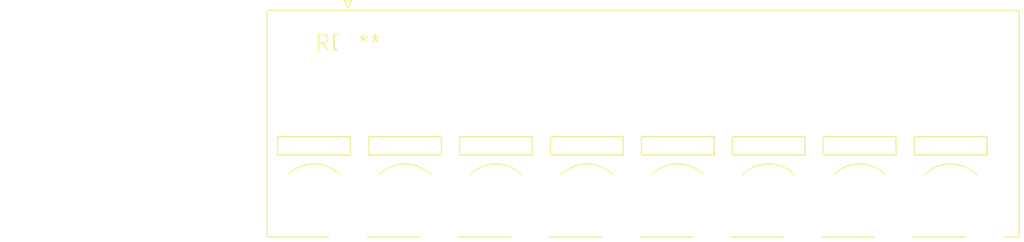
<source format=kicad_pcb>
(kicad_pcb (version 20240108) (generator pcbnew)
  (layers (0 "F.Cu" signal) (31 "B.Cu" signal) (34 "B.Paste" user) (35 "F.Paste" user) (36 "B.SilkS" user "B.Silkscreen") (37 "F.SilkS" user "F.Silkscreen") (38 "B.Mask" user) (39 "F.Mask" user) (44 "Edge.Cuts" user))
  (net 0 "")
  (footprint "PhoenixContact_SPT_5_8-V-7.5-ZB_1x08_P7.5mm_Vertical" (layer "F.Cu") (at 0 0)
    (property "Reference" "REF**")
    (property "Value" "PhoenixContact_SPT_5_8-V-7.5-ZB_1x08_P7.5mm_Vertical")
    (fp_line (start -6.66 -2.69) (end 55.36 -2.69) (layer "F.SilkS") (stroke (width 0.12)))
    (fp_line (start -6.66 16.03) (end -6.66 -2.69) (layer "F.SilkS") (stroke (width 0.12)))
    (fp_line (start -6.66 16.03) (end -1.6 16.03) (layer "F.SilkS") (stroke (width 0.12)))
    (fp_line (start -5.8 7.75) (end -5.8 9.25) (layer "F.SilkS") (stroke (width 0.12)))
    (fp_line (start -5.8 9.25) (end 0.2 9.25) (layer "F.SilkS") (stroke (width 0.12)))
    (fp_line (start -0.3 -3.49) (end 0 -2.89) (layer "F.SilkS") (stroke (width 0.12)))
    (fp_line (start -0.3 -3.49) (end 0.3 -3.49) (layer "F.SilkS") (stroke (width 0.12)))
    (fp_line (start 0.2 7.75) (end -5.8 7.75) (layer "F.SilkS") (stroke (width 0.12)))
    (fp_line (start 0.2 9.25) (end 0.2 7.75) (layer "F.SilkS") (stroke (width 0.12)))
    (fp_line (start 0.3 -3.49) (end 0 -2.89) (layer "F.SilkS") (stroke (width 0.12)))
    (fp_line (start 1.6 16.03) (end 5.9 16.03) (layer "F.SilkS") (stroke (width 0.12)))
    (fp_line (start 1.7 7.75) (end 1.7 9.25) (layer "F.SilkS") (stroke (width 0.12)))
    (fp_line (start 1.7 9.25) (end 7.7 9.25) (layer "F.SilkS") (stroke (width 0.12)))
    (fp_line (start 7.7 7.75) (end 1.7 7.75) (layer "F.SilkS") (stroke (width 0.12)))
    (fp_line (start 7.7 9.25) (end 7.7 7.75) (layer "F.SilkS") (stroke (width 0.12)))
    (fp_line (start 9.1 16.03) (end 13.4 16.03) (layer "F.SilkS") (stroke (width 0.12)))
    (fp_line (start 9.2 7.75) (end 9.2 9.25) (layer "F.SilkS") (stroke (width 0.12)))
    (fp_line (start 9.2 9.25) (end 15.2 9.25) (layer "F.SilkS") (stroke (width 0.12)))
    (fp_line (start 15.2 7.75) (end 9.2 7.75) (layer "F.SilkS") (stroke (width 0.12)))
    (fp_line (start 15.2 9.25) (end 15.2 7.75) (layer "F.SilkS") (stroke (width 0.12)))
    (fp_line (start 16.6 16.03) (end 20.9 16.03) (layer "F.SilkS") (stroke (width 0.12)))
    (fp_line (start 16.7 7.75) (end 16.7 9.25) (layer "F.SilkS") (stroke (width 0.12)))
    (fp_line (start 16.7 9.25) (end 22.7 9.25) (layer "F.SilkS") (stroke (width 0.12)))
    (fp_line (start 22.7 7.75) (end 16.7 7.75) (layer "F.SilkS") (stroke (width 0.12)))
    (fp_line (start 22.7 9.25) (end 22.7 7.75) (layer "F.SilkS") (stroke (width 0.12)))
    (fp_line (start 24.1 16.03) (end 28.4 16.03) (layer "F.SilkS") (stroke (width 0.12)))
    (fp_line (start 24.2 7.75) (end 24.2 9.25) (layer "F.SilkS") (stroke (width 0.12)))
    (fp_line (start 24.2 9.25) (end 30.2 9.25) (layer "F.SilkS") (stroke (width 0.12)))
    (fp_line (start 30.2 7.75) (end 24.2 7.75) (layer "F.SilkS") (stroke (width 0.12)))
    (fp_line (start 30.2 9.25) (end 30.2 7.75) (layer "F.SilkS") (stroke (width 0.12)))
    (fp_line (start 31.6 16.03) (end 35.9 16.03) (layer "F.SilkS") (stroke (width 0.12)))
    (fp_line (start 31.7 7.75) (end 31.7 9.25) (layer "F.SilkS") (stroke (width 0.12)))
    (fp_line (start 31.7 9.25) (end 37.7 9.25) (layer "F.SilkS") (stroke (width 0.12)))
    (fp_line (start 37.7 7.75) (end 31.7 7.75) (layer "F.SilkS") (stroke (width 0.12)))
    (fp_line (start 37.7 9.25) (end 37.7 7.75) (layer "F.SilkS") (stroke (width 0.12)))
    (fp_line (start 39.1 16.03) (end 43.4 16.03) (layer "F.SilkS") (stroke (width 0.12)))
    (fp_line (start 39.2 7.75) (end 39.2 9.25) (layer "F.SilkS") (stroke (width 0.12)))
    (fp_line (start 39.2 9.25) (end 45.2 9.25) (layer "F.SilkS") (stroke (width 0.12)))
    (fp_line (start 45.2 7.75) (end 39.2 7.75) (layer "F.SilkS") (stroke (width 0.12)))
    (fp_line (start 45.2 9.25) (end 45.2 7.75) (layer "F.SilkS") (stroke (width 0.12)))
    (fp_line (start 46.6 16.03) (end 50.9 16.03) (layer "F.SilkS") (stroke (width 0.12)))
    (fp_line (start 46.7 7.75) (end 46.7 9.25) (layer "F.SilkS") (stroke (width 0.12)))
    (fp_line (start 46.7 9.25) (end 52.7 9.25) (layer "F.SilkS") (stroke (width 0.12)))
    (fp_line (start 52.7 7.75) (end 46.7 7.75) (layer "F.SilkS") (stroke (width 0.12)))
    (fp_line (start 52.7 9.25) (end 52.7 7.75) (layer "F.SilkS") (stroke (width 0.12)))
    (fp_line (start 54.1 16.03) (end 55.36 16.03) (layer "F.SilkS") (stroke (width 0.12)))
    (fp_line (start 55.36 -2.69) (end 55.36 16.03) (layer "F.SilkS") (stroke (width 0.12)))
    (fp_arc (start -4.92132 10.87868) (mid -2.8 10) (end -0.67868 10.87868) (layer "F.SilkS") (stroke (width 0.12)))
    (fp_arc (start 2.57868 10.87868) (mid 4.7 10) (end 6.82132 10.87868) (layer "F.SilkS") (stroke (width 0.12)))
    (fp_arc (start 10.07868 10.87868) (mid 12.2 10) (end 14.32132 10.87868) (layer "F.SilkS") (stroke (width 0.12)))
    (fp_arc (start 17.57868 10.87868) (mid 19.7 10) (end 21.82132 10.87868) (layer "F.SilkS") (stroke (width 0.12)))
    (fp_arc (start 25.07868 10.87868) (mid 27.2 10) (end 29.32132 10.87868) (layer "F.SilkS") (stroke (width 0.12)))
    (fp_arc (start 32.57868 10.87868) (mid 34.7 10) (end 36.82132 10.87868) (layer "F.SilkS") (stroke (width 0.12)))
    (fp_arc (start 40.07868 10.87868) (mid 42.2 10) (end 44.32132 10.87868) (layer "F.SilkS") (stroke (width 0.12)))
    (fp_arc (start 47.57868 10.87868) (mid 49.7 10) (end 51.82132 10.87868) (layer "F.SilkS") (stroke (width 0.12)))
    (pad "1" thru_hole roundrect (at 0 0) (size 2.8 4.3) (drill 2.1) (layers *.Cu *.Mask) (remove_unused_layers) (roundrect_rratio 0.089286))
    (pad "2" thru_hole oval (at 7.5 14) (size 2.8 4.3) (drill 2.1) (layers *.Cu *.Mask) (remove_unused_layers))
    (pad "3" thru_hole oval (at 15 0) (size 2.8 4.3) (drill 2.1) (layers *.Cu *.Mask) (remove_unused_layers))
    (pad "4" thru_hole oval (at 22.5 14) (size 2.8 4.3) (drill 2.1) (layers *.Cu *.Mask) (remove_unused_layers))
    (pad "5" thru_hole oval (at 30 0) (size 2.8 4.3) (drill 2.1) (layers *.Cu *.Mask) (remove_unused_layers))
    (pad "6" thru_hole oval (at 37.5 14) (size 2.8 4.3) (drill 2.1) (layers *.Cu *.Mask) (remove_unused_layers))
    (pad "7" thru_hole oval (at 45 0) (size 2.8 4.3) (drill 2.1) (layers *.Cu *.Mask) (remove_unused_layers))
    (pad "8" thru_hole oval (at 52.5 14) (size 2.8 4.3) (drill 2.1) (layers *.Cu *.Mask) (remove_unused_layers))
  )
)
</source>
